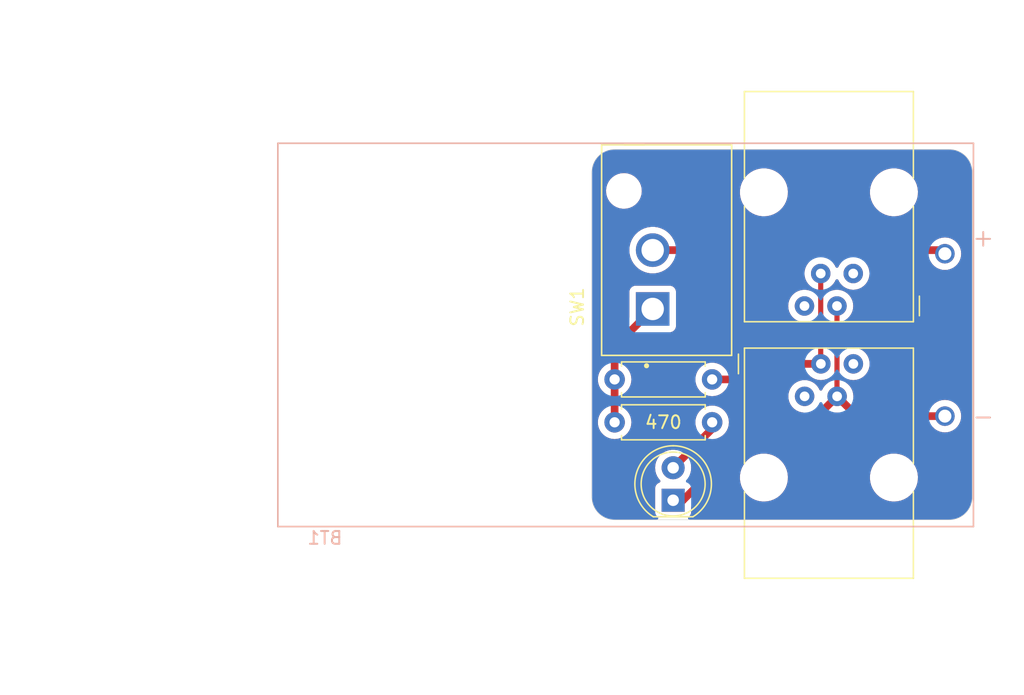
<source format=kicad_pcb>
(kicad_pcb (version 20221018) (generator pcbnew)
  (title_block (title "Line Simulator") (date "2023-09-21") (rev "1.0") (company "Mechanical & Electrical Industry Research Labs"))
  (layers (0 "F.Cu" signal "Front") (1 "In1.Cu" signal) (2 "In2.Cu" signal) (31 "B.Cu" signal "Back") (34 "B.Paste" user) (35 "F.Paste" user) (36 "B.SilkS" user "B.Silkscreen") (37 "F.SilkS" user "F.Silkscreen") (38 "B.Mask" user) (39 "F.Mask" user) (44 "Edge.Cuts" user))
  (net 0 "")
  (net 1 "-BATT")
  (net 2 "Net-(D1-A)")
  (net 3 "Net-(J1-Pad2)")
  (net 4 "+BATT")
  (net 5 "Net-(BT1-+)")
  (footprint "LineSim:RJ11" (layer "F.Cu") (at 153.2636 106.4768 180)
    (fp_text reference "J1" hide)
    (fp_text value "RJ11")
    (fp_line (start -3.9 0.77) (end -3.9 -0.76) (stroke (width 0.12)) (layer "F.SilkS"))
    (fp_line (start -3.43 -1.23) (end 9.77 -1.23) (stroke (width 0.12)) (layer "F.SilkS"))
    (fp_line (start -3.43 7.72) (end -3.43 7.79) (stroke (width 0.1)) (layer "F.SilkS"))
    (fp_line (start -3.43 7.79) (end -3.43 -1.23) (stroke (width 0.12)) (layer "F.SilkS"))
    (fp_line (start -3.43 16.77) (end -3.43 9.99) (stroke (width 0.12)) (layer "F.SilkS"))
    (fp_line (start 9.77 -1.23) (end 9.77 7.79) (stroke (width 0.12)) (layer "F.SilkS"))
    (fp_line (start 9.77 16.65) (end 9.77 16.77) (stroke (width 0.1)) (layer "F.SilkS"))
    (fp_line (start 9.77 16.76) (end 9.77 16.77) (stroke (width 0.1)) (layer "F.SilkS"))
    (fp_line (start 9.77 16.77) (end -3.43 16.77) (stroke (width 0.12)) (layer "F.SilkS"))
    (fp_line (start 9.77 16.77) (end 9.77 9.99) (stroke (width 0.12)) (layer "F.SilkS"))
    (pad "" np_thru_hole circle (at -1.91 8.89 180) (size 3.25 3.25) (drill 3.25) (layers "*.Cu" "*.Mask"))
    (pad "" np_thru_hole circle (at 8.25 8.89 180) (size 3.25 3.25) (drill 3.25) (layers "*.Cu" "*.Mask"))
    (pad "1" thru_hole circle (at 2.54 0 180) (size 1.52 1.52) (drill 0.76) (layers "*.Cu" "*.Mask") (net 1 "-BATT"))
    (pad "2" thru_hole circle (at 3.81 2.54 180) (size 1.52 1.52) (drill 0.76) (layers "*.Cu" "*.Mask") (net 3 "Net-(J1-Pad2)"))
    (pad "x" thru_hole circle (at 1.27 2.54 180) (size 1.52 1.52) (drill 0.76) (layers "*.Cu" "*.Mask"))
    (pad "x" thru_hole circle (at 5.08 0 180) (size 1.52 1.52) (drill 0.76) (layers "*.Cu" "*.Mask"))
  )
  (footprint "LineSim:RJ11" (layer "F.Cu") (at 146.9236 111.0004)
    (fp_text reference "J2" hide)
    (fp_text value "RJ11")
    (fp_line (start -3.9 0.77) (end -3.9 -0.76) (stroke (width 0.12)) (layer "F.SilkS"))
    (fp_line (start -3.43 -1.23) (end 9.77 -1.23) (stroke (width 0.12)) (layer "F.SilkS"))
    (fp_line (start -3.43 7.72) (end -3.43 7.79) (stroke (width 0.1)) (layer "F.SilkS"))
    (fp_line (start -3.43 7.79) (end -3.43 -1.23) (stroke (width 0.12)) (layer "F.SilkS"))
    (fp_line (start -3.43 16.77) (end -3.43 9.99) (stroke (width 0.12)) (layer "F.SilkS"))
    (fp_line (start 9.77 -1.23) (end 9.77 7.79) (stroke (width 0.12)) (layer "F.SilkS"))
    (fp_line (start 9.77 16.65) (end 9.77 16.77) (stroke (width 0.1)) (layer "F.SilkS"))
    (fp_line (start 9.77 16.76) (end 9.77 16.77) (stroke (width 0.1)) (layer "F.SilkS"))
    (fp_line (start 9.77 16.77) (end -3.43 16.77) (stroke (width 0.12)) (layer "F.SilkS"))
    (fp_line (start 9.77 16.77) (end 9.77 9.99) (stroke (width 0.12)) (layer "F.SilkS"))
    (pad "" np_thru_hole circle (at -1.91 8.89) (size 3.25 3.25) (drill 3.25) (layers "*.Cu" "*.Mask"))
    (pad "" np_thru_hole circle (at 8.25 8.89) (size 3.25 3.25) (drill 3.25) (layers "*.Cu" "*.Mask"))
    (pad "1" thru_hole circle (at 2.54 0) (size 1.52 1.52) (drill 0.76) (layers "*.Cu" "*.Mask") (net 3 "Net-(J1-Pad2)"))
    (pad "2" thru_hole circle (at 3.81 2.54) (size 1.52 1.52) (drill 0.76) (layers "*.Cu" "*.Mask") (net 1 "-BATT"))
    (pad "x" thru_hole circle (at 1.27 2.54) (size 1.52 1.52) (drill 0.76) (layers "*.Cu" "*.Mask"))
    (pad "x" thru_hole circle (at 5.08 0) (size 1.52 1.52) (drill 0.76) (layers "*.Cu" "*.Mask"))
  )
  (footprint "Resistor_THT:R_Axial_DIN0207_L6.3mm_D2.5mm_P7.62mm_Horizontal" (layer "F.Cu") (at 133.35 112.2172)
    (fp_text reference "R1" hide)
    (fp_text value "100")
    (fp_line (start 0.54 -1.37) (end 7.08 -1.37) (stroke (width 0.12)) (layer "F.SilkS"))
    (fp_line (start 0.54 -1.04) (end 0.54 -1.37) (stroke (width 0.12)) (layer "F.SilkS"))
    (fp_line (start 0.54 1.04) (end 0.54 1.37) (stroke (width 0.12)) (layer "F.SilkS"))
    (fp_line (start 0.54 1.37) (end 7.08 1.37) (stroke (width 0.12)) (layer "F.SilkS"))
    (fp_line (start 7.08 -1.37) (end 7.08 -1.04) (stroke (width 0.12)) (layer "F.SilkS"))
    (fp_line (start 7.08 1.37) (end 7.08 1.04) (stroke (width 0.12)) (layer "F.SilkS"))
    (pad "1" thru_hole circle (at 0 0) (size 1.6 1.6) (drill 0.8) (layers "*.Cu" "*.Mask") (net 4 "+BATT"))
    (pad "2" thru_hole oval (at 7.62 0) (size 1.6 1.6) (drill 0.8) (layers "*.Cu" "*.Mask") (net 3 "Net-(J1-Pad2)"))
  )
  (footprint "LineSim:SW_GF-123-0054" (layer "F.Cu") (at 137.414 102.108 90)
    (fp_text reference "SW1" (at -4.445 -6.985 90) (layer "F.SilkS"))
    (fp_text value "SW_SPST")
    (fp_line (start -8.23 5.08) (end -8.23 -5.08) (stroke (width 0.127)) (layer "F.SilkS"))
    (fp_line (start 8.23 -5.08) (end -8.23 -5.08) (stroke (width 0.127)) (layer "F.SilkS"))
    (fp_line (start 8.23 -5.08) (end 8.23 5.08) (stroke (width 0.127)) (layer "F.SilkS"))
    (fp_line (start 8.23 -3.3) (end 8.23 -1.75) (stroke (width 0.127)) (layer "F.SilkS"))
    (fp_line (start 8.23 5.08) (end -8.23 5.08) (stroke (width 0.127)) (layer "F.SilkS"))
    (fp_circle (center -9.04 -1.57) (end -8.94 -1.57) (stroke (width 0.2)) (fill none) (layer "F.SilkS"))
    (pad "1" thru_hole rect (at -4.6 -1.09 90) (size 2.625 2.625) (drill 1.75) (layers "*.Cu" "*.Mask") (net 4 "+BATT"))
    (pad "2" thru_hole circle (at 0 -1.09 90) (size 2.625 2.625) (drill 1.75) (layers "*.Cu" "*.Mask") (net 5 "Net-(BT1-+)"))
  )
  (footprint "Resistor_THT:R_Axial_DIN0207_L6.3mm_D2.5mm_P7.62mm_Horizontal" (layer "F.Cu") (at 133.35 115.57)
    (fp_text reference "R2" hide)
    (fp_text value "470" (at 3.81 0) (layer "F.SilkS"))
    (fp_line (start 0.54 -1.37) (end 7.08 -1.37) (stroke (width 0.12)) (layer "F.SilkS"))
    (fp_line (start 0.54 -1.04) (end 0.54 -1.37) (stroke (width 0.12)) (layer "F.SilkS"))
    (fp_line (start 0.54 1.04) (end 0.54 1.37) (stroke (width 0.12)) (layer "F.SilkS"))
    (fp_line (start 0.54 1.37) (end 7.08 1.37) (stroke (width 0.12)) (layer "F.SilkS"))
    (fp_line (start 7.08 -1.37) (end 7.08 -1.04) (stroke (width 0.12)) (layer "F.SilkS"))
    (fp_line (start 7.08 1.37) (end 7.08 1.04) (stroke (width 0.12)) (layer "F.SilkS"))
    (pad "1" thru_hole circle (at 0 0) (size 1.6 1.6) (drill 0.8) (layers "*.Cu" "*.Mask") (net 4 "+BATT"))
    (pad "2" thru_hole oval (at 7.62 0) (size 1.6 1.6) (drill 0.8) (layers "*.Cu" "*.Mask") (net 2 "Net-(D1-A)"))
  )
  (footprint "LED_THT:LED_D5.0mm" (layer "F.Cu") (at 137.922 121.666 90)
    (fp_text reference "D1" hide)
    (fp_text value "LED")
    (fp_line (start -1.29 -1.545) (end -1.29 1.545) (stroke (width 0.12)) (layer "F.SilkS"))
    (fp_arc (start -1.29 -1.54483) (mid 2.072002 -2.880433) (end 4.26 0.000462) (stroke (width 0.12)) (layer "F.SilkS"))
    (fp_arc (start 4.26 -0.000462) (mid 2.072002 2.880433) (end -1.29 1.54483) (stroke (width 0.12)) (layer "F.SilkS"))
    (fp_circle (center 1.27 0) (end 3.77 0) (stroke (width 0.12)) (fill none) (layer "F.SilkS"))
    (pad "1" thru_hole rect (at 0 0 90) (size 1.8 1.8) (drill 0.9) (layers "*.Cu" "*.Mask") (net 1 "-BATT"))
    (pad "2" thru_hole circle (at 2.54 0 90) (size 1.8 1.8) (drill 0.9) (layers "*.Cu" "*.Mask") (net 2 "Net-(D1-A)"))
  )
  (footprint "LineSim:BAT_BH9VPC" (layer "B.Cu") (at 134.2114 108.7386)
    (fp_text reference "BT1" (at -23.495 15.875 180) (layer "B.SilkS") (effects (justify mirror)))
    (fp_text value "9V")
    (fp_text user "-" (at 27.94 6.35 180) (layer "B.SilkS") (effects (font (size 1.4 1.4)) (justify mirror)))
    (fp_text user "+" (at 27.94 -7.62 180) (layer "B.SilkS") (effects (font (size 1.4 1.4)) (justify mirror)))
    (fp_line (start -27.175 -14.985) (end -27.175 14.985) (stroke (width 0.127)) (layer "B.SilkS"))
    (fp_line (start -27.175 14.985) (end 27.175 14.985) (stroke (width 0.127)) (layer "B.SilkS"))
    (fp_line (start 27.175 -14.985) (end -27.175 -14.985) (stroke (width 0.127)) (layer "B.SilkS"))
    (fp_line (start 27.175 14.985) (end 27.175 -14.985) (stroke (width 0.127)) (layer "B.SilkS"))
    (pad "" np_thru_hole circle (at -13.625 11.09) (size 2.29 2.29) (drill 2.29) (layers "*.Cu" "*.Mask"))
    (pad "" np_thru_hole circle (at -0.135 -11.26) (size 2.29 2.29) (drill 2.29) (layers "*.Cu" "*.Mask"))
    (pad "1" thru_hole circle (at 24.945 -6.35) (size 1.524 1.524) (drill 1.016) (layers "*.Cu" "*.Mask") (net 5 "Net-(BT1-+)"))
    (pad "2" thru_hole circle (at 24.945 6.35) (size 1.524 1.524) (drill 1.016) (layers "*.Cu" "*.Mask") (net 1 "-BATT"))
  )
  (gr_line (start 159.512 123.19) (end 133.35 123.19) (stroke (width 0.0381)) (layer "Edge.Cuts"))
  (gr_arc (start 131.572 96.012) (mid 132.092764 94.754764) (end 133.35 94.234) (stroke (width 0.0381)) (layer "Edge.Cuts"))
  (gr_line (start 133.35 94.234) (end 159.512 94.234) (stroke (width 0.0381)) (layer "Edge.Cuts"))
  (gr_arc (start 161.29 121.412) (mid 160.769236 122.669236) (end 159.512 123.19) (stroke (width 0.0381)) (layer "Edge.Cuts"))
  (gr_line (start 131.572 121.412) (end 131.572 96.012) (stroke (width 0.0381)) (layer "Edge.Cuts"))
  (gr_arc (start 159.512 94.234) (mid 160.769236 94.754764) (end 161.29 96.012) (stroke (width 0.0381)) (layer "Edge.Cuts"))
  (gr_line (start 161.29 96.012) (end 161.29 121.412) (stroke (width 0.0381)) (layer "Edge.Cuts"))
  (gr_arc (start 133.35 123.19) (mid 132.092764 122.669236) (end 131.572 121.412) (stroke (width 0.0381)) (layer "Edge.Cuts"))
  (segment (start 150.7236 113.5304) (end 150.7336 113.5404) (width 0.4) (layer "F.Cu") (net 1))
  (segment (start 138.684 121.666) (end 144.272 116.078) (width 0.6) (layer "F.Cu") (net 1))
  (segment (start 148.196 116.078) (end 150.7336 113.5404) (width 0.6) (layer "F.Cu") (net 1))
  (segment (start 150.7236 106.4768) (end 150.7236 113.5304) (width 0.4) (layer "F.Cu") (net 1))
  (segment (start 137.922 121.666) (end 138.684 121.666) (width 0.6) (layer "F.Cu") (net 1))
  (segment (start 159.1564 115.0886) (end 152.2818 115.0886) (width 0.6) (layer "F.Cu") (net 1))
  (segment (start 152.2818 115.0886) (end 150.7336 113.5404) (width 0.6) (layer "F.Cu") (net 1))
  (segment (start 144.272 116.078) (end 148.196 116.078) (width 0.6) (layer "F.Cu") (net 1))
  (segment (start 140.97 116.078) (end 137.922 119.126) (width 0.6) (layer "F.Cu") (net 2))
  (segment (start 140.97 115.57) (end 140.97 116.078) (width 0.6) (layer "F.Cu") (net 2))
  (segment (start 145.542 110.998) (end 145.5444 111.0004) (width 0.6) (layer "F.Cu") (net 3))
  (segment (start 140.97 112.2172) (end 144.3228 112.2172) (width 0.6) (layer "F.Cu") (net 3))
  (segment (start 149.4536 103.9368) (end 149.4536 110.9904) (width 0.4) (layer "F.Cu") (net 3))
  (segment (start 144.3228 112.2172) (end 145.542 110.998) (width 0.6) (layer "F.Cu") (net 3))
  (segment (start 149.4536 110.9904) (end 149.4636 111.0004) (width 0.4) (layer "F.Cu") (net 3))
  (segment (start 145.5444 111.0004) (end 149.4636 111.0004) (width 0.6) (layer "F.Cu") (net 3))
  (segment (start 133.35 112.2172) (end 133.35 109.682) (width 0.6) (layer "F.Cu") (net 4))
  (segment (start 133.35 109.682) (end 136.324 106.708) (width 0.6) (layer "F.Cu") (net 4))
  (segment (start 133.35 115.57) (end 133.35 112.2172) (width 0.6) (layer "F.Cu") (net 4))
  (segment (start 136.324 102.108) (end 158.8758 102.108) (width 0.6) (layer "F.Cu") (net 5))
  (segment (start 158.8454 102.0776) (end 159.1564 102.3886) (width 0.6) (layer "F.Cu") (net 5))
  (segment (start 158.8758 102.108) (end 159.1564 102.3886) (width 0.6) (layer "F.Cu") (net 5))
  (zone (net 0) (net_name "") (layers "F&B.Cu") (connect_pads (clearance 0.508)) (min_thickness 0.25) (fill yes (thermal_gap 0.5) (thermal_bridge_width 0.5) (island_removal_mode 1) (island_area_min 10))
    (polygon (pts (xy 127.508 83.566) (xy 165.354 82.55) (xy 164.846 136.398) (xy 126.746 136.906)))
  )
)
</source>
